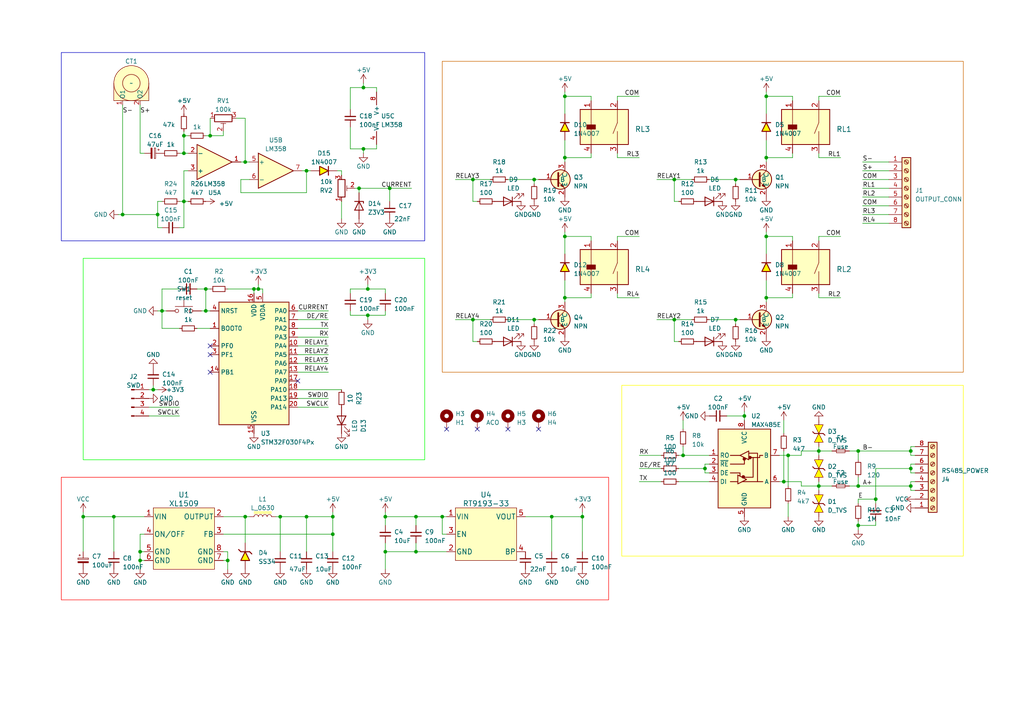
<source format=kicad_sch>
(kicad_sch (version 20230121) (generator eeschema)
  (paper "A4")
  (junction (at 120.65 149.86))
  (junction (at 60.96 39.37))
  (junction (at 195.58 52.07))
  (junction (at 163.83 86.36))
  (junction (at 111.76 160.02))
  (junction (at 96.52 149.86))
  (junction (at 222.25 86.36))
  (junction (at 45.72 62.23))
  (junction (at 53.34 39.37))
  (junction (at 66.04 162.56))
  (junction (at 168.91 149.86))
  (junction (at 73.66 83.82))
  (junction (at 105.41 25.4))
  (junction (at 44.45 113.03))
  (junction (at 59.69 90.17))
  (junction (at 213.36 92.71))
  (junction (at 228.6 132.08))
  (junction (at 120.65 160.02))
  (junction (at 128.27 149.86))
  (junction (at 88.9 149.86))
  (junction (at 113.03 54.61))
  (junction (at 53.34 58.42))
  (junction (at 254 144.78))
  (junction (at 33.02 149.86))
  (junction (at 46.99 90.17))
  (junction (at 264.16 130.81))
  (junction (at 74.93 83.82))
  (junction (at 264.16 135.89))
  (junction (at 71.12 46.99))
  (junction (at 35.56 62.23))
  (junction (at 40.64 162.56))
  (junction (at 53.34 44.45))
  (junction (at 81.28 149.86))
  (junction (at 163.83 45.72))
  (junction (at 104.14 54.61))
  (junction (at 248.92 152.4))
  (junction (at 111.76 149.86))
  (junction (at 237.49 140.97))
  (junction (at 160.02 149.86))
  (junction (at 204.47 135.89))
  (junction (at 248.92 130.81))
  (junction (at 237.49 130.81))
  (junction (at 264.16 140.97))
  (junction (at 222.25 68.58))
  (junction (at 195.58 92.71))
  (junction (at 154.94 92.71))
  (junction (at 198.12 132.08))
  (junction (at 137.16 92.71))
  (junction (at 24.13 149.86))
  (junction (at 227.33 139.7))
  (junction (at 163.83 68.58))
  (junction (at 40.64 160.02))
  (junction (at 163.83 27.94))
  (junction (at 106.68 91.44))
  (junction (at 96.52 154.94))
  (junction (at 248.92 140.97))
  (junction (at 105.41 43.18))
  (junction (at 222.25 45.72))
  (junction (at 137.16 52.07))
  (junction (at 71.12 149.86))
  (junction (at 154.94 52.07))
  (junction (at 215.9 120.65))
  (junction (at 213.36 52.07))
  (junction (at 106.68 83.82))
  (junction (at 222.25 27.94))
  (junction (at 88.9 49.53))
  (junction (at 59.69 83.82))
  (no_connect (at 138.43 124.46))
  (no_connect (at 60.96 102.87))
  (no_connect (at 60.96 100.33))
  (no_connect (at 156.21 124.46))
  (no_connect (at 129.54 124.46))
  (no_connect (at 60.96 107.95))
  (no_connect (at 86.36 110.49))
  (no_connect (at 147.32 124.46))
  (wire (pts (xy 58.42 90.17) (xy 59.69 90.17)))
  (wire (pts (xy 222.25 73.66) (xy 222.25 68.58)))
  (wire (pts (xy 71.12 149.86) (xy 72.39 149.86)))
  (wire (pts (xy 250.19 62.23) (xy 257.81 62.23)))
  (wire (pts (xy 74.93 83.82) (xy 73.66 83.82)))
  (wire (pts (xy 264.16 139.7) (xy 264.16 140.97)))
  (wire (pts (xy 229.87 86.36) (xy 229.87 85.09)))
  (wire (pts (xy 237.49 85.09) (xy 237.49 86.36)))
  (wire (pts (xy 237.49 68.58) (xy 243.84 68.58)))
  (wire (pts (xy 264.16 129.54) (xy 265.43 129.54)))
  (wire (pts (xy 163.83 86.36) (xy 171.45 86.36)))
  (wire (pts (xy 111.76 160.02) (xy 120.65 160.02)))
  (wire (pts (xy 264.16 135.89) (xy 264.16 134.62)))
  (wire (pts (xy 86.36 115.57) (xy 95.25 115.57)))
  (wire (pts (xy 198.12 132.08) (xy 205.74 132.08)))
  (wire (pts (xy 101.6 43.18) (xy 105.41 43.18)))
  (wire (pts (xy 163.83 45.72) (xy 171.45 45.72)))
  (wire (pts (xy 232.41 139.7) (xy 232.41 140.97)))
  (wire (pts (xy 185.42 132.08) (xy 191.77 132.08)))
  (wire (pts (xy 227.33 121.92) (xy 227.33 125.73)))
  (wire (pts (xy 179.07 27.94) (xy 185.42 27.94)))
  (wire (pts (xy 171.45 27.94) (xy 171.45 29.21)))
  (wire (pts (xy 215.9 120.65) (xy 215.9 121.92)))
  (wire (pts (xy 97.79 49.53) (xy 99.06 49.53)))
  (wire (pts (xy 205.74 137.16) (xy 204.47 137.16)))
  (wire (pts (xy 147.32 92.71) (xy 154.94 92.71)))
  (wire (pts (xy 195.58 52.07) (xy 200.66 52.07)))
  (wire (pts (xy 198.12 129.54) (xy 198.12 132.08)))
  (wire (pts (xy 195.58 58.42) (xy 195.58 52.07)))
  (wire (pts (xy 69.85 55.88) (xy 88.9 55.88)))
  (wire (pts (xy 24.13 149.86) (xy 24.13 160.02)))
  (wire (pts (xy 222.25 67.31) (xy 222.25 68.58)))
  (wire (pts (xy 222.25 86.36) (xy 229.87 86.36)))
  (wire (pts (xy 222.25 45.72) (xy 222.25 46.99)))
  (wire (pts (xy 41.91 154.94) (xy 40.64 154.94)))
  (wire (pts (xy 111.76 83.82) (xy 106.68 83.82)))
  (wire (pts (xy 64.77 160.02) (xy 66.04 160.02)))
  (wire (pts (xy 179.07 69.85) (xy 179.07 68.58)))
  (wire (pts (xy 128.27 154.94) (xy 128.27 149.86)))
  (wire (pts (xy 237.49 44.45) (xy 237.49 45.72)))
  (wire (pts (xy 40.64 44.45) (xy 41.91 44.45)))
  (wire (pts (xy 132.08 92.71) (xy 137.16 92.71)))
  (wire (pts (xy 196.85 135.89) (xy 204.47 135.89)))
  (wire (pts (xy 228.6 140.97) (xy 228.6 132.08)))
  (wire (pts (xy 86.36 118.11) (xy 95.25 118.11)))
  (wire (pts (xy 86.36 105.41) (xy 95.25 105.41)))
  (wire (pts (xy 179.07 86.36) (xy 185.42 86.36)))
  (wire (pts (xy 264.16 129.54) (xy 264.16 130.81)))
  (wire (pts (xy 163.83 26.67) (xy 163.83 27.94)))
  (wire (pts (xy 229.87 45.72) (xy 229.87 44.45)))
  (wire (pts (xy 237.49 129.54) (xy 237.49 130.81)))
  (wire (pts (xy 264.16 135.89) (xy 264.16 137.16)))
  (wire (pts (xy 64.77 154.94) (xy 96.52 154.94)))
  (wire (pts (xy 147.32 52.07) (xy 154.94 52.07)))
  (wire (pts (xy 204.47 134.62) (xy 205.74 134.62)))
  (wire (pts (xy 81.28 149.86) (xy 80.01 149.86)))
  (wire (pts (xy 59.69 83.82) (xy 59.69 90.17)))
  (wire (pts (xy 99.06 58.42) (xy 99.06 63.5)))
  (wire (pts (xy 40.64 154.94) (xy 40.64 160.02)))
  (wire (pts (xy 105.41 24.13) (xy 105.41 25.4)))
  (wire (pts (xy 105.41 43.18) (xy 109.22 43.18)))
  (wire (pts (xy 86.36 102.87) (xy 95.25 102.87)))
  (wire (pts (xy 72.39 46.99) (xy 71.12 46.99)))
  (wire (pts (xy 43.18 120.65) (xy 52.07 120.65)))
  (wire (pts (xy 137.16 99.06) (xy 137.16 92.71)))
  (wire (pts (xy 264.16 142.24) (xy 265.43 142.24)))
  (wire (pts (xy 265.43 132.08) (xy 264.16 132.08)))
  (wire (pts (xy 264.16 130.81) (xy 264.16 132.08)))
  (wire (pts (xy 69.85 52.07) (xy 69.85 55.88)))
  (wire (pts (xy 264.16 140.97) (xy 264.16 142.24)))
  (wire (pts (xy 111.76 85.09) (xy 111.76 83.82)))
  (wire (pts (xy 101.6 90.17) (xy 101.6 91.44)))
  (wire (pts (xy 81.28 149.86) (xy 81.28 160.02)))
  (wire (pts (xy 265.43 137.16) (xy 264.16 137.16)))
  (wire (pts (xy 120.65 149.86) (xy 120.65 152.4)))
  (wire (pts (xy 196.85 58.42) (xy 195.58 58.42)))
  (wire (pts (xy 204.47 137.16) (xy 204.47 135.89)))
  (wire (pts (xy 222.25 86.36) (xy 222.25 87.63)))
  (wire (pts (xy 53.34 58.42) (xy 54.61 58.42)))
  (wire (pts (xy 96.52 154.94) (xy 96.52 149.86)))
  (wire (pts (xy 106.68 83.82) (xy 101.6 83.82)))
  (wire (pts (xy 248.92 152.4) (xy 248.92 153.67)))
  (wire (pts (xy 86.36 107.95) (xy 95.25 107.95)))
  (wire (pts (xy 250.19 59.69) (xy 257.81 59.69)))
  (wire (pts (xy 45.72 90.17) (xy 46.99 90.17)))
  (wire (pts (xy 265.43 139.7) (xy 264.16 139.7)))
  (wire (pts (xy 104.14 55.88) (xy 104.14 54.61)))
  (wire (pts (xy 171.45 68.58) (xy 171.45 69.85)))
  (wire (pts (xy 248.92 151.13) (xy 248.92 152.4)))
  (wire (pts (xy 237.49 29.21) (xy 237.49 27.94)))
  (wire (pts (xy 248.92 140.97) (xy 246.38 140.97)))
  (wire (pts (xy 99.06 50.8) (xy 99.06 49.53)))
  (wire (pts (xy 46.99 66.04) (xy 45.72 66.04)))
  (wire (pts (xy 35.56 30.48) (xy 35.56 62.23)))
  (wire (pts (xy 86.36 97.79) (xy 95.25 97.79)))
  (wire (pts (xy 222.25 68.58) (xy 229.87 68.58)))
  (wire (pts (xy 40.64 160.02) (xy 40.64 162.56)))
  (wire (pts (xy 248.92 138.43) (xy 248.92 140.97)))
  (wire (pts (xy 154.94 93.98) (xy 154.94 92.71)))
  (wire (pts (xy 163.83 67.31) (xy 163.83 68.58)))
  (wire (pts (xy 237.49 27.94) (xy 243.84 27.94)))
  (wire (pts (xy 45.72 66.04) (xy 45.72 62.23)))
  (wire (pts (xy 152.4 149.86) (xy 160.02 149.86)))
  (wire (pts (xy 46.99 90.17) (xy 48.26 90.17)))
  (wire (pts (xy 254 152.4) (xy 254 151.13)))
  (wire (pts (xy 163.83 81.28) (xy 163.83 86.36)))
  (wire (pts (xy 190.5 52.07) (xy 195.58 52.07)))
  (wire (pts (xy 88.9 49.53) (xy 90.17 49.53)))
  (wire (pts (xy 213.36 52.07) (xy 214.63 52.07)))
  (wire (pts (xy 54.61 49.53) (xy 53.34 49.53)))
  (wire (pts (xy 99.06 113.03) (xy 86.36 113.03)))
  (wire (pts (xy 204.47 135.89) (xy 204.47 134.62)))
  (wire (pts (xy 137.16 92.71) (xy 142.24 92.71)))
  (wire (pts (xy 237.49 130.81) (xy 237.49 132.08)))
  (wire (pts (xy 66.04 162.56) (xy 64.77 162.56)))
  (wire (pts (xy 52.07 83.82) (xy 46.99 83.82)))
  (wire (pts (xy 196.85 139.7) (xy 205.74 139.7)))
  (wire (pts (xy 137.16 52.07) (xy 142.24 52.07)))
  (wire (pts (xy 60.96 39.37) (xy 64.77 39.37)))
  (wire (pts (xy 229.87 27.94) (xy 229.87 29.21)))
  (wire (pts (xy 120.65 149.86) (xy 128.27 149.86)))
  (wire (pts (xy 59.69 83.82) (xy 60.96 83.82)))
  (wire (pts (xy 106.68 82.55) (xy 106.68 83.82)))
  (wire (pts (xy 229.87 68.58) (xy 229.87 69.85)))
  (wire (pts (xy 154.94 92.71) (xy 156.21 92.71)))
  (wire (pts (xy 53.34 49.53) (xy 53.34 58.42)))
  (wire (pts (xy 44.45 113.03) (xy 43.18 113.03)))
  (wire (pts (xy 163.83 86.36) (xy 163.83 87.63)))
  (wire (pts (xy 74.93 82.55) (xy 74.93 83.82)))
  (wire (pts (xy 113.03 54.61) (xy 113.03 58.42)))
  (wire (pts (xy 66.04 162.56) (xy 66.04 165.1)))
  (wire (pts (xy 168.91 148.59) (xy 168.91 149.86)))
  (wire (pts (xy 195.58 99.06) (xy 195.58 92.71)))
  (wire (pts (xy 96.52 160.02) (xy 96.52 154.94)))
  (wire (pts (xy 64.77 149.86) (xy 71.12 149.86)))
  (wire (pts (xy 254 135.89) (xy 264.16 135.89)))
  (wire (pts (xy 138.43 58.42) (xy 137.16 58.42)))
  (wire (pts (xy 248.92 140.97) (xy 264.16 140.97)))
  (wire (pts (xy 109.22 43.18) (xy 109.22 41.91)))
  (wire (pts (xy 241.3 130.81) (xy 237.49 130.81)))
  (wire (pts (xy 101.6 36.83) (xy 101.6 43.18)))
  (wire (pts (xy 24.13 149.86) (xy 24.13 148.59)))
  (wire (pts (xy 254 135.89) (xy 254 144.78)))
  (wire (pts (xy 228.6 146.05) (xy 228.6 149.86)))
  (wire (pts (xy 248.92 144.78) (xy 248.92 146.05)))
  (wire (pts (xy 128.27 149.86) (xy 129.54 149.86)))
  (wire (pts (xy 76.2 83.82) (xy 74.93 83.82)))
  (wire (pts (xy 111.76 149.86) (xy 111.76 152.4)))
  (wire (pts (xy 54.61 39.37) (xy 53.34 39.37)))
  (wire (pts (xy 24.13 149.86) (xy 33.02 149.86)))
  (wire (pts (xy 205.74 92.71) (xy 213.36 92.71)))
  (wire (pts (xy 195.58 92.71) (xy 200.66 92.71)))
  (wire (pts (xy 86.36 100.33) (xy 95.25 100.33)))
  (wire (pts (xy 33.02 149.86) (xy 41.91 149.86)))
  (wire (pts (xy 45.72 62.23) (xy 45.72 58.42)))
  (wire (pts (xy 254 146.05) (xy 254 144.78)))
  (wire (pts (xy 73.66 83.82) (xy 73.66 85.09)))
  (wire (pts (xy 179.07 29.21) (xy 179.07 27.94)))
  (wire (pts (xy 46.99 95.25) (xy 46.99 90.17)))
  (wire (pts (xy 111.76 157.48) (xy 111.76 160.02)))
  (wire (pts (xy 264.16 134.62) (xy 265.43 134.62)))
  (wire (pts (xy 222.25 40.64) (xy 222.25 45.72)))
  (wire (pts (xy 111.76 91.44) (xy 111.76 90.17)))
  (wire (pts (xy 254 144.78) (xy 248.92 144.78)))
  (wire (pts (xy 213.36 93.98) (xy 213.36 92.71)))
  (wire (pts (xy 210.82 120.65) (xy 215.9 120.65)))
  (wire (pts (xy 120.65 157.48) (xy 120.65 160.02)))
  (wire (pts (xy 237.49 140.97) (xy 237.49 139.7)))
  (wire (pts (xy 53.34 44.45) (xy 54.61 44.45)))
  (wire (pts (xy 64.77 39.37) (xy 64.77 38.1)))
  (wire (pts (xy 59.69 90.17) (xy 60.96 90.17)))
  (wire (pts (xy 71.12 46.99) (xy 69.85 46.99)))
  (wire (pts (xy 71.12 157.48) (xy 71.12 149.86)))
  (wire (pts (xy 106.68 91.44) (xy 111.76 91.44)))
  (wire (pts (xy 34.29 62.23) (xy 35.56 62.23)))
  (wire (pts (xy 185.42 139.7) (xy 191.77 139.7)))
  (wire (pts (xy 88.9 55.88) (xy 88.9 49.53)))
  (wire (pts (xy 171.45 86.36) (xy 171.45 85.09)))
  (wire (pts (xy 163.83 68.58) (xy 171.45 68.58)))
  (wire (pts (xy 237.49 45.72) (xy 243.84 45.72)))
  (wire (pts (xy 241.3 140.97) (xy 237.49 140.97)))
  (wire (pts (xy 101.6 91.44) (xy 106.68 91.44)))
  (wire (pts (xy 215.9 119.38) (xy 215.9 120.65)))
  (wire (pts (xy 111.76 149.86) (xy 120.65 149.86)))
  (wire (pts (xy 179.07 44.45) (xy 179.07 45.72)))
  (wire (pts (xy 76.2 85.09) (xy 76.2 83.82)))
  (wire (pts (xy 44.45 111.76) (xy 44.45 113.03)))
  (wire (pts (xy 196.85 132.08) (xy 198.12 132.08)))
  (wire (pts (xy 222.25 45.72) (xy 229.87 45.72)))
  (wire (pts (xy 101.6 25.4) (xy 105.41 25.4)))
  (wire (pts (xy 41.91 160.02) (xy 40.64 160.02)))
  (wire (pts (xy 248.92 130.81) (xy 264.16 130.81)))
  (wire (pts (xy 248.92 130.81) (xy 246.38 130.81)))
  (wire (pts (xy 88.9 149.86) (xy 81.28 149.86)))
  (wire (pts (xy 86.36 90.17) (xy 95.25 90.17)))
  (wire (pts (xy 163.83 45.72) (xy 163.83 46.99)))
  (wire (pts (xy 179.07 85.09) (xy 179.07 86.36)))
  (wire (pts (xy 237.49 86.36) (xy 243.84 86.36)))
  (wire (pts (xy 86.36 95.25) (xy 95.25 95.25)))
  (wire (pts (xy 163.83 27.94) (xy 171.45 27.94)))
  (wire (pts (xy 35.56 62.23) (xy 45.72 62.23)))
  (wire (pts (xy 111.76 160.02) (xy 111.76 165.1)))
  (wire (pts (xy 248.92 152.4) (xy 254 152.4)))
  (wire (pts (xy 53.34 39.37) (xy 53.34 44.45)))
  (wire (pts (xy 59.69 39.37) (xy 60.96 39.37)))
  (wire (pts (xy 163.83 73.66) (xy 163.83 68.58)))
  (wire (pts (xy 86.36 92.71) (xy 95.25 92.71)))
  (wire (pts (xy 43.18 118.11) (xy 52.07 118.11)))
  (wire (pts (xy 52.07 58.42) (xy 53.34 58.42)))
  (wire (pts (xy 237.49 69.85) (xy 237.49 68.58)))
  (wire (pts (xy 196.85 99.06) (xy 195.58 99.06)))
  (wire (pts (xy 227.33 130.81) (xy 227.33 139.7)))
  (wire (pts (xy 88.9 149.86) (xy 88.9 160.02)))
  (wire (pts (xy 96.52 148.59) (xy 96.52 149.86)))
  (wire (pts (xy 113.03 54.61) (xy 119.38 54.61)))
  (wire (pts (xy 129.54 154.94) (xy 128.27 154.94)))
  (wire (pts (xy 222.25 33.02) (xy 222.25 27.94)))
  (wire (pts (xy 57.15 95.25) (xy 60.96 95.25)))
  (wire (pts (xy 40.64 162.56) (xy 40.64 165.1)))
  (wire (pts (xy 163.83 33.02) (xy 163.83 27.94)))
  (wire (pts (xy 179.07 68.58) (xy 185.42 68.58)))
  (wire (pts (xy 66.04 160.02) (xy 66.04 162.56)))
  (wire (pts (xy 71.12 34.29) (xy 71.12 46.99)))
  (wire (pts (xy 101.6 83.82) (xy 101.6 85.09)))
  (wire (pts (xy 154.94 53.34) (xy 154.94 52.07)))
  (wire (pts (xy 228.6 132.08) (xy 232.41 132.08)))
  (wire (pts (xy 60.96 34.29) (xy 60.96 39.37)))
  (wire (pts (xy 160.02 149.86) (xy 160.02 160.02)))
  (wire (pts (xy 46.99 83.82) (xy 46.99 90.17)))
  (wire (pts (xy 53.34 66.04) (xy 53.34 58.42)))
  (wire (pts (xy 120.65 160.02) (xy 129.54 160.02)))
  (wire (pts (xy 132.08 52.07) (xy 137.16 52.07)))
  (wire (pts (xy 154.94 52.07) (xy 156.21 52.07)))
  (wire (pts (xy 168.91 149.86) (xy 160.02 149.86)))
  (wire (pts (xy 104.14 54.61) (xy 113.03 54.61)))
  (wire (pts (xy 53.34 38.1) (xy 53.34 39.37)))
  (wire (pts (xy 168.91 160.02) (xy 168.91 149.86)))
  (wire (pts (xy 190.5 92.71) (xy 195.58 92.71)))
  (wire (pts (xy 228.6 132.08) (xy 226.06 132.08)))
  (wire (pts (xy 250.19 49.53) (xy 257.81 49.53)))
  (wire (pts (xy 109.22 25.4) (xy 109.22 26.67)))
  (wire (pts (xy 232.41 140.97) (xy 237.49 140.97)))
  (wire (pts (xy 96.52 149.86) (xy 88.9 149.86)))
  (wire (pts (xy 40.64 44.45) (xy 40.64 30.48)))
  (wire (pts (xy 163.83 40.64) (xy 163.83 45.72)))
  (wire (pts (xy 45.72 113.03) (xy 44.45 113.03)))
  (wire (pts (xy 250.19 54.61) (xy 257.81 54.61)))
  (wire (pts (xy 179.07 45.72) (xy 185.42 45.72)))
  (wire (pts (xy 137.16 58.42) (xy 137.16 52.07)))
  (wire (pts (xy 227.33 139.7) (xy 232.41 139.7)))
  (wire (pts (xy 213.36 53.34) (xy 213.36 52.07)))
  (wire (pts (xy 213.36 92.71) (xy 214.63 92.71)))
  (wire (pts (xy 52.07 44.45) (xy 53.34 44.45)))
  (wire (pts (xy 45.72 58.42) (xy 46.99 58.42)))
  (wire (pts (xy 185.42 135.89) (xy 191.77 135.89)))
  (wire (pts (xy 250.19 57.15) (xy 257.81 57.15)))
  (wire (pts (xy 66.04 83.82) (xy 73.66 83.82)))
  (wire (pts (xy 106.68 91.44) (xy 106.68 92.71)))
  (wire (pts (xy 101.6 31.75) (xy 101.6 25.4)))
  (wire (pts (xy 105.41 25.4) (xy 109.22 25.4)))
  (wire (pts (xy 237.49 140.97) (xy 237.49 142.24)))
  (wire (pts (xy 232.41 132.08) (xy 232.41 130.81)))
  (wire (pts (xy 57.15 83.82) (xy 59.69 83.82)))
  (wire (pts (xy 88.9 49.53) (xy 87.63 49.53)))
  (wire (pts (xy 198.12 121.92) (xy 198.12 124.46)))
  (wire (pts (xy 52.07 95.25) (xy 46.99 95.25)))
  (wire (pts (xy 68.58 34.29) (xy 71.12 34.29)))
  (wire (pts (xy 232.41 130.81) (xy 237.49 130.81)))
  (wire (pts (xy 222.25 27.94) (xy 229.87 27.94)))
  (wire (pts (xy 40.64 162.56) (xy 41.91 162.56)))
  (wire (pts (xy 250.19 46.99) (xy 257.81 46.99)))
  (wire (pts (xy 72.39 52.07) (xy 69.85 52.07)))
  (wire (pts (xy 222.25 81.28) (xy 222.25 86.36)))
  (wire (pts (xy 171.45 45.72) (xy 171.45 44.45)))
  (wire (pts (xy 250.19 64.77) (xy 257.81 64.77)))
  (wire (pts (xy 222.25 26.67) (xy 222.25 27.94)))
  (wire (pts (xy 227.33 139.7) (xy 226.06 139.7)))
  (wire (pts (xy 104.14 54.61) (xy 102.87 54.61)))
  (wire (pts (xy 105.41 44.45) (xy 105.41 43.18)))
  (wire (pts (xy 248.92 133.35) (xy 248.92 130.81)))
  (wire (pts (xy 138.43 99.06) (xy 137.16 99.06)))
  (wire (pts (xy 52.07 66.04) (xy 53.34 66.04)))
  (wire (pts (xy 33.02 160.02) (xy 33.02 149.86)))
  (wire (pts (xy 111.76 148.59) (xy 111.76 149.86)))
  (wire (pts (xy 250.19 52.07) (xy 257.81 52.07)))
  (wire (pts (xy 205.74 52.07) (xy 213.36 52.07)))
  (rectangle (start 17.78 15.24) (end 123.19 69.85))
  (rectangle (start 128.27 17.78) (end 279.4 107.95) (stroke (width 0) (color 204 102 0 1)))
  (rectangle (start 180.34 111.76) (end 279.4 161.29) (stroke (width 0) (color 255 255 0 1)))
  (rectangle (start 17.78 138.43) (end 176.53 173.99) (stroke (width 0) (color 255 0 0 1)))
  (rectangle (start 24.13 74.93) (end 123.19 133.35) (stroke (width 0) (color 0 255 0 1)))
  (label "COM" (at 250.19 59.69 0))
  (label "RELAY1" (at 95.25 100.33 180))
  (label "B-" (at 250.19 130.81 0))
  (label "RL4" (at 185.42 86.36 180))
  (label "COM" (at 243.84 27.94 180))
  (label "RX" (at 95.25 97.79 180))
  (label "RELAY4" (at 132.08 92.71 0))
  (label "COM" (at 250.19 52.07 0))
  (label "RL3" (at 185.42 45.72 180))
  (label "RL3" (at 250.19 62.23 0))
  (label "RELAY2" (at 190.5 92.71 0))
  (label "S+" (at 250.19 49.53 0))
  (label "RELAY3" (at 132.08 52.07 0))
  (label "COM" (at 185.42 27.94 180))
  (label "RELAY4" (at 95.25 107.95 180))
  (label "RX" (at 185.42 132.08 0))
  (label "TX" (at 185.42 139.7 0))
  (label "SWCLK" (at 52.07 120.65 180))
  (label "RL4" (at 250.19 64.77 0))
  (label "A+" (at 250.19 140.97 0))
  (label "SWDIO" (at 52.07 118.11 180))
  (label "S-" (at 35.56 33.02 0))
  (label "RELAY2" (at 95.25 102.87 180))
  (label "CURRENT" (at 119.38 54.61 180))
  (label "TX" (at 95.25 95.25 180))
  (label "RL2" (at 250.19 57.15 0))
  (label "SWCLK" (at 95.25 118.11 180))
  (label "S+" (at 40.64 33.02 0))
  (label "RELAY1" (at 190.5 52.07 0))
  (label "S-" (at 250.19 46.99 0))
  (label "RELAY3" (at 95.25 105.41 180))
  (label "RL1" (at 250.19 54.61 0))
  (label "RL2" (at 243.84 86.36 180))
  (label "CURRENT" (at 95.25 90.17 180))
  (label "SWDIO" (at 95.25 115.57 180))
  (label "E" (at 248.92 144.78 0))
  (label "COM" (at 185.42 68.58 180))
  (label "RL1" (at 243.84 45.72 180))
  (label "DE{slash}RE" (at 185.42 135.89 0))
  (label "COM" (at 243.84 68.58 180))
  (label "DE{slash}RE" (at 95.25 92.71 180))
  (symbol (lib_id "power:+5V") (at 222.25 26.67 0) (unit 1)
    (property "Reference" "#PWR031" (effects hide))
    (property "Value" "+5V" (at 222.25 22.86 0))
  )
  (symbol (lib_id "Anh_Symbols:D_TVS") (at 237.49 135.89 90) (unit 1)
    (property "Reference" "D2" (at 240.03 135.3185 90) (effects (justify right)))
    (property "Value" "D_TVS" (at 240.03 137.8585 90) (effects (justify right)))
    (property "Footprint" "Anh_Footprints:D_SMA_TVS" (effects hide))
  )
  (symbol (lib_id "Anh_Symbols:D_TVS") (at 237.49 125.73 90) (unit 1)
    (property "Reference" "D3" (at 240.03 125.1585 90) (effects (justify right)))
    (property "Value" "D_TVS" (at 240.03 127.6985 90) (effects (justify right)))
    (property "Footprint" "Anh_Footprints:D_SMA_TVS" (effects hide))
  )
  (symbol (lib_id "Device:R_Small") (at 140.97 58.42 270) (unit 1)
    (property "Reference" "R17" (at 140.97 53.34 90))
    (property "Value" "100" (at 140.97 55.88 90))
    (property "Footprint" "Anh_Footprints:R_0603" (effects hide))
  )
  (symbol (lib_id "power:GND") (at 213.36 58.42 0) (unit 1)
    (property "Reference" "#PWR030" (effects hide))
    (property "Value" "GND" (at 213.36 62.23 0))
  )
  (symbol (lib_id "IVS_Symbols:C_Polarized_Small") (at 24.13 162.56 0) (unit 1)
    (property "Reference" "C7" (at 26.67 161.3789 0) (effects (justify left)))
    (property "Value" "100uF" (at 26.67 163.9189 0) (effects (justify left)))
    (property "Footprint" "Capacitor_SMD:CP_Elec_6.3x5.4_Nichicon" (effects hide))
  )
  (symbol (lib_id "Device:R_Small") (at 203.2 52.07 270) (unit 1)
    (property "Reference" "R13" (at 203.2 46.99 90))
    (property "Value" "1k" (at 203.2 49.53 90))
    (property "Footprint" "Anh_Footprints:R_0603" (effects hide))
  )
  (symbol (lib_id "power:+5V") (at 96.52 148.59 0) (unit 1)
    (property "Reference" "#PWR028" (effects hide))
    (property "Value" "+5V" (at 96.52 144.78 0))
  )
  (symbol (lib_id "Amplifier_Operational:LM358") (at 111.76 34.29 0) (unit 3)
    (property "Reference" "U5" (at 110.49 33.655 0) (effects (justify left)))
    (property "Value" "LM358" (at 110.49 36.195 0) (effects (justify left)))
    (property "Footprint" "Anh_Footprints:SOIC-8" (effects hide))
    (property "Datasheet" "http://www.ti.com/lit/ds/symlink/lm2904-n.pdf" (effects hide))
  )
  (symbol (lib_id "power:+5V") (at 59.69 58.42 270) (unit 1)
    (property "Reference" "#PWR052" (effects hide))
    (property "Value" "+5V" (at 63.5 59.055 90) (effects (justify left)))
  )
  (symbol (lib_id "Anh_Symbols:NPN") (at 163.83 52.07 0) (unit 1)
    (property "Reference" "Q3" (at 166.37 51.435 0) (effects (justify left)))
    (property "Value" "NPN" (at 166.37 53.975 0) (effects (justify left)))
    (property "Footprint" "Anh_Footprints:SOT23-3" (effects hide))
  )
  (symbol (lib_id "power:GND") (at 88.9 165.1 0) (unit 1)
    (property "Reference" "#PWR026" (effects hide))
    (property "Value" "GND" (at 88.9 168.91 0))
  )
  (symbol (lib_id "power:+5V") (at 215.9 119.38 0) (unit 1)
    (property "Reference" "#PWR05" (effects hide))
    (property "Value" "+5V" (at 215.9 115.57 0))
  )
  (symbol (lib_id "Device:C_Small") (at 33.02 162.56 180) (unit 1)
    (property "Reference" "C8" (at 35.56 161.9186 0) (effects (justify right)))
    (property "Value" "100nF" (at 35.56 164.4586 0) (effects (justify right)))
    (property "Footprint" "Anh_Footprints:C_0603" (effects hide))
  )
  (symbol (lib_id "IVS_Symbols:Relay_G5NB-1A-E_DC5") (at 175.26 77.47 90) (unit 1)
    (property "Reference" "RL4" (at 184.15 78.105 90) (effects (font (size 1.524 1.524)) (justify right)))
    (property "Value" "Relay_G5NB-1A-E_DC5" (effects hide))
    (property "Footprint" "IVS_Footprint:Relay_G5NB-1A-E DC5" (effects hide))
    (property "Datasheet" "https://omronfs.omron.com/en_US/ecb/products/pdf/en-g5nb_el.pdf" (effects hide))
    (property "Thegioiic_Buylink" "https://www.thegioiic.com/g5nb-1a-e-5vdc-ro-le-5vdc-5a-spst-no" (effects hide))
  )
  (symbol (lib_id "Anh_Symbols:1N4007") (at 222.25 36.83 270) (unit 1)
    (property "Reference" "D5" (at 224.79 36.195 90) (effects (justify left)))
    (property "Value" "1N4007" (at 224.79 38.735 90) (effects (justify left)))
    (property "Footprint" "Anh_Footprints:SOD-123F" (effects hide))
  )
  (symbol (lib_id "Anh_Symbols:SS34") (at 71.12 161.29 270) (unit 1)
    (property "Reference" "D4" (at 74.93 160.3375 90) (effects (justify left)))
    (property "Value" "SS34" (at 74.93 162.8775 90) (effects (justify left)))
    (property "Footprint" "Anh_Footprints:D_SMA" (effects hide))
  )
  (symbol (lib_id "Device:R_Small") (at 140.97 99.06 270) (unit 1)
    (property "Reference" "R20" (at 140.97 93.98 90))
    (property "Value" "100" (at 140.97 96.52 90))
    (property "Footprint" "Anh_Footprints:R_0603" (effects hide))
  )
  (symbol (lib_id "power:GND") (at 66.04 165.1 0) (unit 1)
    (property "Reference" "#PWR019" (effects hide))
    (property "Value" "GND" (at 66.04 168.91 0))
  )
  (symbol (lib_id "power:+5V") (at 111.76 148.59 0) (unit 1)
    (property "Reference" "#PWR014" (effects hide))
    (property "Value" "+5V" (at 111.76 144.78 0))
  )
  (symbol (lib_id "Device:R_Small") (at 54.61 95.25 90) (unit 1)
    (property "Reference" "R1" (at 54.61 90.17 90))
    (property "Value" "1k" (at 54.61 92.71 90))
    (property "Footprint" "Anh_Footprints:R_0603" (effects hide))
  )
  (symbol (lib_id "Device:R_Small") (at 213.36 96.52 180) (unit 1)
    (property "Reference" "R16" (at 215.9 95.885 0) (effects (justify right)))
    (property "Value" "10k" (at 215.9 98.425 0) (effects (justify right)))
    (property "Footprint" "Anh_Footprints:R_0603" (effects hide))
  )
  (symbol (lib_id "power:GND") (at 151.13 58.42 0) (unit 1)
    (property "Reference" "#PWR037" (effects hide))
    (property "Value" "GND" (at 151.13 62.23 0))
  )
  (symbol (lib_id "Anh_Symbols:NPN") (at 163.83 92.71 0) (unit 1)
    (property "Reference" "Q4" (at 166.37 92.075 0) (effects (justify left)))
    (property "Value" "NPN" (at 166.37 94.615 0) (effects (justify left)))
    (property "Footprint" "Anh_Footprints:SOT23-3" (effects hide))
  )
  (symbol (lib_id "Device:R_Small") (at 49.53 58.42 90) (unit 1)
    (property "Reference" "R24" (at 49.53 53.34 90))
    (property "Value" "4k7" (at 49.53 55.88 90))
    (property "Footprint" "Anh_Footprints:R_0603" (effects hide))
  )
  (symbol (lib_id "power:GND") (at 213.36 99.06 0) (unit 1)
    (property "Reference" "#PWR034" (effects hide))
    (property "Value" "GND" (at 213.36 102.87 0))
  )
  (symbol (lib_id "Device:C_Small") (at 96.52 162.56 180) (unit 1)
    (property "Reference" "C12" (at 99.06 161.9186 0) (effects (justify right)))
    (property "Value" "100nF" (at 99.06 164.4586 0) (effects (justify right)))
    (property "Footprint" "Anh_Footprints:C_0603" (effects hide))
  )
  (symbol (lib_id "power:GND") (at 34.29 62.23 270) (unit 1)
    (property "Reference" "#PWR051" (effects hide))
    (property "Value" "GND" (at 29.21 62.23 90))
  )
  (symbol (lib_id "power:GND") (at 99.06 63.5 0) (unit 1)
    (property "Reference" "#PWR053" (effects hide))
    (property "Value" "GND" (at 99.06 67.31 0))
  )
  (symbol (lib_id "Anh_Symbols:RT9193-33") (at 140.97 154.94 0) (unit 1)
    (property "Reference" "U4" (at 140.97 143.51 0) (effects (font (size 1.524 1.524))))
    (property "Value" "RT9193-33" (at 140.97 146.05 0) (effects (font (size 1.524 1.524))))
    (property "Footprint" "Anh_Footprints:SOT23-5" (effects hide))
    (property "Datasheet" "https://www.richtek.com/assets/product_file/RT9193/DS9193-18.pdf" (effects hide))
  )
  (symbol (lib_id "Device:R_Small") (at 144.78 92.71 270) (unit 1)
    (property "Reference" "R21" (at 144.78 87.63 90))
    (property "Value" "1k" (at 144.78 90.17 90))
    (property "Footprint" "Anh_Footprints:R_0603" (effects hide))
  )
  (symbol (lib_id "power:GND") (at 168.91 165.1 0) (unit 1)
    (property "Reference" "#PWR023" (effects hide))
    (property "Value" "GND" (at 168.91 168.91 0))
  )
  (symbol (lib_id "Anh_Symbols:1N4007") (at 93.98 49.53 180) (unit 1)
    (property "Reference" "D15" (at 93.98 44.45 0))
    (property "Value" "1N4007" (at 93.98 46.99 0))
    (property "Footprint" "Anh_Footprints:SOD-123F" (effects hide))
  )
  (symbol (lib_id "Device:R_Small") (at 57.15 58.42 90) (unit 1)
    (property "Reference" "R26" (at 57.15 53.34 90))
    (property "Value" "4k7" (at 57.15 55.88 90))
    (property "Footprint" "Anh_Footprints:R_0603" (effects hide))
  )
  (symbol (lib_id "power:+3V3") (at 74.93 82.55 0) (mirror y) (unit 1)
    (property "Reference" "#PWR02" (effects hide))
    (property "Value" "+3V3" (at 74.93 78.74 0))
  )
  (symbol (lib_id "Device:R_Small") (at 154.94 96.52 180) (unit 1)
    (property "Reference" "R22" (at 157.48 95.885 0) (effects (justify right)))
    (property "Value" "10k" (at 157.48 98.425 0) (effects (justify right)))
    (property "Footprint" "Anh_Footprints:R_0603" (effects hide))
  )
  (symbol (lib_id "power:GND") (at 215.9 149.86 0) (unit 1)
    (property "Reference" "#PWR06" (effects hide))
    (property "Value" "GND" (at 215.9 153.67 0))
  )
  (symbol (lib_id "power:GND") (at 228.6 149.86 0) (unit 1)
    (property "Reference" "#PWR08" (effects hide))
    (property "Value" "GND" (at 228.6 153.67 0))
  )
  (symbol (lib_id "power:+5V") (at 227.33 121.92 0) (unit 1)
    (property "Reference" "#PWR07" (effects hide))
    (property "Value" "+5V" (at 227.33 118.11 0))
  )
  (symbol (lib_id "power:VCC") (at 24.13 148.59 0) (mirror y) (unit 1)
    (property "Reference" "#PWR020" (effects hide))
    (property "Value" "VCC" (at 24.13 144.78 0))
  )
  (symbol (lib_id "Device:Fuse_Small") (at 243.84 130.81 0) (unit 1)
    (property "Reference" "F1" (at 243.84 127 0))
    (property "Value" "Fuse" (at 243.84 129.54 0))
    (property "Footprint" "Anh_Footprints:F_1812" (effects hide))
  )
  (symbol (lib_id "IVS_Symbols:Relay_G5NB-1A-E_DC5") (at 233.68 36.83 90) (unit 1)
    (property "Reference" "RL1" (at 242.57 37.465 90) (effects (font (size 1.524 1.524)) (justify right)))
    (property "Value" "Relay_G5NB-1A-E_DC5" (effects hide))
    (property "Footprint" "IVS_Footprint:Relay_G5NB-1A-E DC5" (effects hide))
    (property "Datasheet" "https://omronfs.omron.com/en_US/ecb/products/pdf/en-g5nb_el.pdf" (effects hide))
    (property "Thegioiic_Buylink" "https://www.thegioiic.com/g5nb-1a-e-5vdc-ro-le-5vdc-5a-spst-no" (effects hide))
  )
  (symbol (lib_id "Device:C_Small") (at 111.76 154.94 180) (unit 1)
    (property "Reference" "C4" (at 114.3 154.2986 0) (effects (justify right)))
    (property "Value" "10uF" (at 114.3 156.8386 0) (effects (justify right)))
    (property "Footprint" "Anh_Footprints:C_1210" (effects hide))
  )
  (symbol (lib_id "Device:R_Small") (at 49.53 44.45 90) (unit 1)
    (property "Reference" "R25" (effects hide))
    (property "Value" "1k" (at 49.53 41.91 90))
    (property "Footprint" "Anh_Footprints:R_0603" (effects hide))
  )
  (symbol (lib_id "Interface_UART:MAX485E") (at 215.9 134.62 0) (unit 1)
    (property "Reference" "U2" (at 217.8559 120.65 0) (effects (justify left)))
    (property "Value" "MAX485E" (at 217.8559 123.19 0) (effects (justify left)))
    (property "Footprint" "Anh_Footprints:SOIC-8" (effects hide))
    (property "Datasheet" "https://datasheets.maximintegrated.com/en/ds/MAX1487E-MAX491E.pdf" (effects hide))
  )
  (symbol (lib_id "Anh_Symbols:D_TVS") (at 237.49 146.05 90) (unit 1)
    (property "Reference" "D1" (at 240.03 145.4785 90) (effects (justify right)))
    (property "Value" "D_TVS" (at 240.03 148.0185 90) (effects (justify right)))
    (property "Footprint" "Anh_Footprints:D_SMA_TVS" (effects hide))
  )
  (symbol (lib_id "Device:C_Small") (at 168.91 162.56 180) (unit 1)
    (property "Reference" "C10" (at 171.45 161.9186 0) (effects (justify right)))
    (property "Value" "100nF" (at 171.45 164.4586 0) (effects (justify right)))
    (property "Footprint" "Anh_Footprints:C_0603" (effects hide))
  )
  (symbol (lib_id "Device:C_Small") (at 54.61 83.82 90) (unit 1)
    (property "Reference" "C1" (at 54.6163 78.74 90))
    (property "Value" "100nF" (at 54.6163 81.28 90))
    (property "Footprint" "Anh_Footprints:C_0603" (effects hide))
  )
  (symbol (lib_id "Device:LED") (at 205.74 58.42 180) (unit 1)
    (property "Reference" "D6" (at 207.3275 52.07 0))
    (property "Value" "LED" (at 207.3275 54.61 0))
    (property "Footprint" "Anh_Footprints:LED_0603" (effects hide))
  )
  (symbol (lib_id "power:GND") (at 163.83 97.79 0) (unit 1)
    (property "Reference" "#PWR044" (effects hide))
    (property "Value" "GND" (at 163.83 101.6 0))
  )
  (symbol (lib_id "Device:R_Small") (at 194.31 135.89 90) (unit 1)
    (property "Reference" "R6" (at 194.31 130.81 90))
    (property "Value" "100" (at 194.31 133.35 90))
    (property "Footprint" "Anh_Footprints:R_0603" (effects hide))
  )
  (symbol (lib_id "Device:R_Small") (at 194.31 132.08 90) (unit 1)
    (property "Reference" "R5" (at 194.31 127 90))
    (property "Value" "100" (at 194.31 129.54 90))
    (property "Footprint" "Anh_Footprints:R_0603" (effects hide))
  )
  (symbol (lib_id "power:GND") (at 209.55 58.42 0) (unit 1)
    (property "Reference" "#PWR032" (effects hide))
    (property "Value" "GND" (at 209.55 62.23 0))
  )
  (symbol (lib_id "power:GND") (at 81.28 165.1 0) (unit 1)
    (property "Reference" "#PWR025" (effects hide))
    (property "Value" "GND" (at 81.28 168.91 0))
  )
  (symbol (lib_id "Device:C_Small") (at 152.4 162.56 180) (unit 1)
    (property "Reference" "C5" (at 154.94 161.29 0) (effects (justify right)))
    (property "Value" "22nF" (at 153.67 165.1 0) (effects (justify right)))
    (property "Footprint" "Anh_Footprints:C_0603" (effects hide))
  )
  (symbol (lib_id "power:GND") (at 237.49 121.92 180) (unit 1)
    (property "Reference" "#PWR011" (effects hide))
    (property "Value" "GND" (at 237.49 118.11 0))
  )
  (symbol (lib_id "power:GND") (at 45.72 90.17 270) (unit 1)
    (property "Reference" "#PWR03" (effects hide))
    (property "Value" "GND" (at 40.64 90.17 90))
  )
  (symbol (lib_id "power:GND") (at 96.52 165.1 0) (unit 1)
    (property "Reference" "#PWR027" (effects hide))
    (property "Value" "GND" (at 96.52 168.91 0))
  )
  (symbol (lib_id "power:GND") (at 265.43 147.32 270) (unit 1)
    (property "Reference" "#PWR050" (effects hide))
    (property "Value" "GND" (at 260.35 147.32 90))
  )
  (symbol (lib_id "power:GND") (at 160.02 165.1 0) (unit 1)
    (property "Reference" "#PWR018" (effects hide))
    (property "Value" "GND" (at 160.02 168.91 0))
  )
  (symbol (lib_id "Device:LED") (at 99.06 121.92 90) (unit 1)
    (property "Reference" "D13" (at 105.41 123.5075 0))
    (property "Value" "LED" (at 102.87 123.5075 0))
    (property "Footprint" "Anh_Footprints:LED_0603" (effects hide))
  )
  (symbol (lib_id "power:GND") (at 106.68 92.71 0) (unit 1)
    (property "Reference" "#PWR064" (effects hide))
    (property "Value" "GND" (at 106.68 96.52 0))
  )
  (symbol (lib_id "Device:C_Small") (at 160.02 162.56 180) (unit 1)
    (property "Reference" "C6" (at 162.56 161.29 0) (effects (justify right)))
    (property "Value" "10uF" (at 162.56 165.1 0) (effects (justify right)))
    (property "Footprint" "Anh_Footprints:C_1210" (effects hide))
  )
  (symbol (lib_id "Anh_Symbols:1N4007") (at 163.83 36.83 270) (unit 1)
    (property "Reference" "D10" (at 166.37 36.195 90) (effects (justify left)))
    (property "Value" "1N4007" (at 166.37 38.735 90) (effects (justify left)))
    (property "Footprint" "Anh_Footprints:SOD-123F" (effects hide))
  )
  (symbol (lib_id "power:GND") (at 151.13 99.06 0) (unit 1)
    (property "Reference" "#PWR041" (effects hide))
    (property "Value" "GND" (at 151.13 102.87 0))
  )
  (symbol (lib_id "Anh_Symbols:1N4007") (at 163.83 77.47 270) (unit 1)
    (property "Reference" "D12" (at 166.37 76.835 90) (effects (justify left)))
    (property "Value" "1N4007" (at 166.37 79.375 90) (effects (justify left)))
    (property "Footprint" "Anh_Footprints:SOD-123F" (effects hide))
  )
  (symbol (lib_id "power:GND") (at 71.12 165.1 0) (unit 1)
    (property "Reference" "#PWR024" (effects hide))
    (property "Value" "GND" (at 71.12 168.91 0))
  )
  (symbol (lib_id "Switch:SW_Push") (at 53.34 90.17 0) (unit 1)
    (property "Reference" "SW1" (at 53.34 83.82 0))
    (property "Value" "reset" (at 53.34 86.36 0))
    (property "Footprint" "Button_Switch_SMD:SW_SPST_CK_RS282G05A3" (effects hide))
  )
  (symbol (lib_id "Device:Fuse_Small") (at 243.84 140.97 0) (unit 1)
    (property "Reference" "F2" (at 243.84 137.16 0))
    (property "Value" "Fuse" (at 243.84 139.7 0))
    (property "Footprint" "Anh_Footprints:F_1812" (effects hide))
  )
  (symbol (lib_id "power:VCC") (at 265.43 144.78 90) (mirror x) (unit 1)
    (property "Reference" "#PWR049" (effects hide))
    (property "Value" "VCC" (at 261.62 144.78 90))
  )
  (symbol (lib_id "Device:R_Small") (at 194.31 139.7 90) (unit 1)
    (property "Reference" "R7" (at 194.31 134.62 90))
    (property "Value" "100" (at 194.31 137.16 90))
    (property "Footprint" "Anh_Footprints:R_0603" (effects hide))
  )
  (symbol (lib_id "power:GND") (at 111.76 165.1 0) (unit 1)
    (property "Reference" "#PWR013" (effects hide))
    (property "Value" "GND" (at 111.76 168.91 0))
  )
  (symbol (lib_id "Mechanical:MountingHole_Pad") (at 147.32 121.92 0) (unit 1)
    (property "Reference" "H5" (at 149.86 120.015 0) (effects (justify left)))
    (property "Value" "H3" (at 149.86 122.555 0) (effects (justify left)))
    (property "Footprint" "MountingHole:MountingHole_3.2mm_M3_Pad_Via" (effects hide))
  )
  (symbol (lib_id "Mechanical:MountingHole_Pad") (at 129.54 121.92 0) (unit 1)
    (property "Reference" "H3" (at 132.08 120.015 0) (effects (justify left)))
    (property "Value" "H1" (at 132.08 122.555 0) (effects (justify left)))
    (property "Footprint" "MountingHole:MountingHole_3.2mm_M3_Pad_Via" (effects hide))
  )
  (symbol (lib_id "power:+3V3") (at 45.72 113.03 270) (mirror x) (unit 1)
    (property "Reference" "#PWR046" (effects hide))
    (property "Value" "+3V3" (at 50.8 113.03 90))
  )
  (symbol (lib_id "Device:R_Small") (at 199.39 58.42 270) (unit 1)
    (property "Reference" "R12" (at 199.39 53.34 90))
    (property "Value" "100" (at 199.39 55.88 90))
    (property "Footprint" "Anh_Footprints:R_0603" (effects hide))
  )
  (symbol (lib_id "Device:C_Small") (at 111.76 87.63 180) (unit 1)
    (property "Reference" "C20" (at 114.3 86.9886 0) (effects (justify right)))
    (property "Value" "100nF" (at 114.3 89.5286 0) (effects (justify right)))
    (property "Footprint" "Anh_Footprints:C_0603" (effects hide))
  )
  (symbol (lib_id "Device:R_Small") (at 248.92 135.89 180) (unit 1)
    (property "Reference" "R9" (at 251.46 135.255 0) (effects (justify right)))
    (property "Value" "120" (at 251.46 137.795 0) (effects (justify right)))
    (property "Footprint" "Anh_Footprints:R_0805" (effects hide))
  )
  (symbol (lib_id "Device:R_Small") (at 154.94 55.88 180) (unit 1)
    (property "Reference" "R19" (at 157.48 55.245 0) (effects (justify right)))
    (property "Value" "10k" (at 157.48 57.785 0) (effects (justify right)))
    (property "Footprint" "Anh_Footprints:R_0603" (effects hide))
  )
  (symbol (lib_id "Connector:Screw_Terminal_01x08") (at 262.89 54.61 0) (unit 1)
    (property "Reference" "J1" (at 265.43 55.245 0) (effects (justify left)))
    (property "Value" "OUTPUT_CONN" (at 265.43 57.785 0) (effects (justify left)))
    (property "Footprint" "TerminalBlock_Phoenix:TerminalBlock_Phoenix_MKDS-1,5-8-5.08_1x08_P5.08mm_Horizontal" (effects hide))
  )
  (symbol (lib_id "power:+5V") (at 53.34 33.02 0) (unit 1)
    (property "Reference" "#PWR058" (effects hide))
    (property "Value" "+5V" (at 53.34 29.21 0))
  )
  (symbol (lib_id "Connector:Conn_01x04_Pin") (at 38.1 115.57 0) (unit 1)
    (property "Reference" "J2" (at 38.735 109.22 0))
    (property "Value" "SWD" (at 38.735 111.76 0))
    (property "Footprint" "Connector_PinHeader_2.54mm:PinHeader_1x04_P2.54mm_Vertical" (effects hide))
  )
  (symbol (lib_id "Diode:BZV55B3V3") (at 104.14 59.69 270) (unit 1)
    (property "Reference" "D14" (at 106.68 59.055 90) (effects (justify left)))
    (property "Value" "Z3V3" (at 106.68 61.595 90) (effects (justify left)))
    (property "Footprint" "Anh_Footprints:D_MiniMELF" (effects hide))
    (property "Datasheet" "https://assets.nexperia.com/documents/data-sheet/BZV55_SER.pdf" (effects hide))
  )
  (symbol (lib_id "MCU_ST_STM32F0:STM32F030F4Px") (at 73.66 105.41 0) (unit 1)
    (property "Reference" "U3" (at 75.6159 125.73 0) (effects (justify left)))
    (property "Value" "STM32F030F4Px" (at 75.6159 128.27 0) (effects (justify left)))
    (property "Footprint" "Package_SO:TSSOP-20_4.4x6.5mm_P0.65mm" (effects hide))
    (property "Datasheet" "https://www.st.com/resource/en/datasheet/stm32f030f4.pdf" (effects hide))
  )
  (symbol (lib_id "power:GND") (at 222.25 57.15 0) (unit 1)
    (property "Reference" "#PWR029" (effects hide))
    (property "Value" "GND" (at 222.25 60.96 0))
  )
  (symbol (lib_id "power:GND") (at 222.25 97.79 0) (unit 1)
    (property "Reference" "#PWR036" (effects hide))
    (property "Value" "GND" (at 222.25 101.6 0))
  )
  (symbol (lib_id "power:GND") (at 43.18 115.57 90) (unit 1)
    (property "Reference" "#PWR045" (effects hide))
    (property "Value" "GND" (at 48.26 115.57 90))
  )
  (symbol (lib_id "Device:LED") (at 147.32 99.06 180) (unit 1)
    (property "Reference" "D11" (at 148.9075 92.71 0))
    (property "Value" "LED" (at 148.9075 95.25 0))
    (property "Footprint" "Anh_Footprints:LED_0603" (effects hide))
  )
  (symbol (lib_id "Device:C_Small") (at 49.53 66.04 90) (unit 1)
    (property "Reference" "C15" (at 49.5363 60.96 90))
    (property "Value" "100nF" (at 49.5363 63.5 90))
    (property "Footprint" "Anh_Footprints:C_0603" (effects hide))
  )
  (symbol (lib_id "power:GND") (at 209.55 99.06 0) (unit 1)
    (property "Reference" "#PWR033" (effects hide))
    (property "Value" "GND" (at 209.55 102.87 0))
  )
  (symbol (lib_id "power:GND") (at 99.06 125.73 0) (unit 1)
    (property "Reference" "#PWR048" (effects hide))
    (property "Value" "GND" (at 99.06 129.54 0))
  )
  (symbol (lib_id "Device:C_Small") (at 101.6 34.29 180) (unit 1)
    (property "Reference" "C18" (at 104.14 33.6486 0) (effects (justify right)))
    (property "Value" "100nF" (at 104.14 36.1886 0) (effects (justify right)))
    (property "Footprint" "Anh_Footprints:C_0603" (effects hide))
  )
  (symbol (lib_id "Device:R_Small") (at 199.39 99.06 270) (unit 1)
    (property "Reference" "R14" (at 199.39 93.98 90))
    (property "Value" "100" (at 199.39 96.52 90))
    (property "Footprint" "Anh_Footprints:R_0603" (effects hide))
  )
  (symbol (lib_id "Anh_Symbols:XL1509") (at 31.75 152.4 0) (unit 1)
    (property "Reference" "U1" (at 53.34 143.51 0) (effects (font (size 1.524 1.524))))
    (property "Value" "XL1509" (at 53.34 146.05 0) (effects (font (size 1.524 1.524))))
    (property "Footprint" "Anh_Footprints:SOIC-8" (effects hide))
  )
  (symbol (lib_id "power:+3V3") (at 106.68 82.55 0) (mirror y) (unit 1)
    (property "Reference" "#PWR063" (effects hide))
    (property "Value" "+3V3" (at 106.68 78.74 0))
  )
  (symbol (lib_id "Device:R_Potentiometer_Trim") (at 99.06 54.61 0) (mirror x) (unit 1)
    (property "Reference" "RV2" (at 96.52 55.245 0) (effects (justify right)))
    (property "Value" "10k" (at 96.52 52.705 0) (effects (justify right)))
    (property "Footprint" "Potentiometer_SMD:Potentiometer_Bourns_3314J_Vertical" (effects hide))
  )
  (symbol (lib_id "power:GND") (at 154.94 58.42 0) (unit 1)
    (property "Reference" "#PWR038" (effects hide))
    (property "Value" "GND" (at 154.94 62.23 0))
  )
  (symbol (lib_id "power:GND") (at 24.13 165.1 0) (unit 1)
    (property "Reference" "#PWR021" (effects hide))
    (property "Value" "GND" (at 24.13 168.91 0))
  )
  (symbol (lib_id "Device:LED") (at 205.74 99.06 180) (unit 1)
    (property "Reference" "D7" (at 207.3275 92.71 0))
    (property "Value" "LED" (at 207.3275 95.25 0))
    (property "Footprint" "Anh_Footprints:LED_0603" (effects hide))
  )
  (symbol (lib_id "power:GND") (at 163.83 57.15 0) (unit 1)
    (property "Reference" "#PWR040" (effects hide))
    (property "Value" "GND" (at 163.83 60.96 0))
  )
  (symbol (lib_id "Device:R_Small") (at 248.92 148.59 180) (unit 1)
    (property "Reference" "R10" (at 251.46 147.955 0) (effects (justify right)))
    (property "Value" "1M" (at 251.46 150.495 0) (effects (justify right)))
    (property "Footprint" "Anh_Footprints:R_0603" (effects hide))
  )
  (symbol (lib_id "power:+3V3") (at 168.91 148.59 0) (mirror y) (unit 1)
    (property "Reference" "#PWR017" (effects hide))
    (property "Value" "+3V3" (at 168.91 144.78 0))
  )
  (symbol (lib_id "Device:C_Small") (at 208.28 120.65 90) (unit 1)
    (property "Reference" "C2" (at 208.2863 115.57 90))
    (property "Value" "100nF" (at 208.2863 118.11 90))
    (property "Footprint" "Anh_Footprints:C_0603" (effects hide))
  )
  (symbol (lib_id "Device:R_Small") (at 203.2 92.71 270) (unit 1)
    (property "Reference" "R15" (at 203.2 87.63 90))
    (property "Value" "1k" (at 203.2 90.17 90))
    (property "Footprint" "Anh_Footprints:R_0603" (effects hide))
  )
  (symbol (lib_id "Device:C_Small") (at 88.9 162.56 180) (unit 1)
    (property "Reference" "C13" (at 91.44 161.29 0) (effects (justify right)))
    (property "Value" "10uF" (at 91.44 165.1 0) (effects (justify right)))
    (property "Footprint" "Anh_Footprints:C_1210" (effects hide))
  )
  (symbol (lib_id "Anh_Symbols:L_0630") (at 76.2 149.86 90) (unit 1)
    (property "Reference" "L1" (at 76.2 144.78 90))
    (property "Value" "L_0630" (at 76.2 147.32 90))
    (property "Footprint" "Anh_Footprints:L_0630" (effects hide))
  )
  (symbol (lib_id "Device:R_Potentiometer_Trim") (at 64.77 34.29 90) (mirror x) (unit 1)
    (property "Reference" "RV1" (at 64.77 29.21 90))
    (property "Value" "100k" (at 64.77 31.75 90))
    (property "Footprint" "Potentiometer_SMD:Potentiometer_Bourns_3314J_Vertical" (effects hide))
  )
  (symbol (lib_id "power:GND") (at 73.66 125.73 0) (unit 1)
    (property "Reference" "#PWR01" (effects hide))
    (property "Value" "GND" (at 73.66 129.54 0))
  )
  (symbol (lib_id "power:+5V") (at 222.25 67.31 0) (unit 1)
    (property "Reference" "#PWR035" (effects hide))
    (property "Value" "+5V" (at 222.25 63.5 0))
  )
  (symbol (lib_id "Mechanical:MountingHole_Pad") (at 156.21 121.92 0) (unit 1)
    (property "Reference" "H6" (at 158.75 120.015 0) (effects (justify left)))
    (property "Value" "H4" (at 158.75 122.555 0) (effects (justify left)))
    (property "Footprint" "MountingHole:MountingHole_3.2mm_M3_Pad_Via" (effects hide))
  )
  (symbol (lib_id "Device:C_Small") (at 120.65 154.94 180) (unit 1)
    (property "Reference" "C9" (at 123.19 154.2986 0) (effects (justify right)))
    (property "Value" "100nF" (at 123.19 156.8386 0) (effects (justify right)))
    (property "Footprint" "Anh_Footprints:C_0603" (effects hide))
  )
  (symbol (lib_id "power:GND") (at 40.64 165.1 0) (unit 1)
    (property "Reference" "#PWR015" (effects hide))
    (property "Value" "GND" (at 40.64 168.91 0))
  )
  (symbol (lib_id "Device:C_Small") (at 113.03 60.96 180) (unit 1)
    (property "Reference" "C17" (at 115.57 59.69 0) (effects (justify right)))
    (property "Value" "22nF" (at 114.3 63.5 0) (effects (justify right)))
    (property "Footprint" "Anh_Footprints:C_0603" (effects hide))
  )
  (symbol (lib_id "Device:R_Small") (at 53.34 35.56 0) (mirror x) (unit 1)
    (property "Reference" "R28" (effects hide))
    (property "Value" "47k" (at 50.8 36.195 0) (effects (justify right)))
    (property "Footprint" "Anh_Footprints:R_0603" (effects hide))
  )
  (symbol (lib_id "Device:R_Small") (at 57.15 39.37 90) (unit 1)
    (property "Reference" "R27" (effects hide))
    (property "Value" "1k" (at 57.15 36.83 90))
    (property "Footprint" "Anh_Footprints:R_0603" (effects hide))
  )
  (symbol (lib_id "Connector:Screw_Terminal_01x08") (at 270.51 139.7 0) (mirror x) (unit 1)
    (property "Reference" "J4" (at 273.05 139.065 0) (effects (justify left)))
    (property "Value" "RS485_POWER" (at 273.05 136.525 0) (effects (justify left)))
    (property "Footprint" "TerminalBlock_Phoenix:TerminalBlock_Phoenix_MKDS-1,5-8-5.08_1x08_P5.08mm_Horizontal" (effects hide))
  )
  (symbol (lib_id "IVS_Symbols:Relay_G5NB-1A-E_DC5") (at 175.26 36.83 90) (unit 1)
    (property "Reference" "RL3" (at 184.15 37.465 90) (effects (font (size 1.524 1.524)) (justify right)))
    (property "Value" "Relay_G5NB-1A-E_DC5" (effects hide))
    (property "Footprint" "IVS_Footprint:Relay_G5NB-1A-E DC5" (effects hide))
    (property "Datasheet" "https://omronfs.omron.com/en_US/ecb/products/pdf/en-g5nb_el.pdf" (effects hide))
    (property "Thegioiic_Buylink" "https://www.thegioiic.com/g5nb-1a-e-5vdc-ro-le-5vdc-5a-spst-no" (effects hide))
  )
  (symbol (lib_id "Device:R_Small") (at 228.6 143.51 180) (unit 1)
    (property "Reference" "R4" (at 231.14 142.875 0) (effects (justify right)))
    (property "Value" "4k7" (at 231.14 145.415 0) (effects (justify right)))
    (property "Footprint" "Anh_Footprints:R_0603" (effects hide))
  )
  (symbol (lib_id "power:GND") (at 104.14 63.5 0) (unit 1)
    (property "Reference" "#PWR054" (effects hide))
    (property "Value" "GND" (at 104.14 67.31 0))
  )
  (symbol (lib_id "power:+5V") (at 163.83 67.31 0) (unit 1)
    (property "Reference" "#PWR043" (effects hide))
    (property "Value" "+5V" (at 163.83 63.5 0))
  )
  (symbol (lib_id "power:GND") (at 33.02 165.1 0) (unit 1)
    (property "Reference" "#PWR022" (effects hide))
    (property "Value" "GND" (at 33.02 168.91 0))
  )
  (symbol (lib_id "Device:R_Small") (at 213.36 55.88 180) (unit 1)
    (property "Reference" "R11" (at 215.9 55.245 0) (effects (justify right)))
    (property "Value" "10k" (at 215.9 57.785 0) (effects (justify right)))
    (property "Footprint" "Anh_Footprints:R_0603" (effects hide))
  )
  (symbol (lib_id "power:GND") (at 237.49 149.86 0) (unit 1)
    (property "Reference" "#PWR010" (effects hide))
    (property "Value" "GND" (at 237.49 153.67 0))
  )
  (symbol (lib_id "power:GND") (at 105.41 44.45 0) (unit 1)
    (property "Reference" "#PWR056" (effects hide))
    (property "Value" "GND" (at 105.41 48.26 0))
  )
  (symbol (lib_id "power:GND") (at 154.94 99.06 0) (unit 1)
    (property "Reference" "#PWR042" (effects hide))
    (property "Value" "GND" (at 154.94 102.87 0))
  )
  (symbol (lib_id "Device:LED") (at 147.32 58.42 180) (unit 1)
    (property "Reference" "D9" (at 148.9075 52.07 0))
    (property "Value" "LED" (at 148.9075 54.61 0))
    (property "Footprint" "Anh_Footprints:LED_0603" (effects hide))
  )
  (symbol (lib_id "IVS_Symbols:Relay_G5NB-1A-E_DC5") (at 233.68 77.47 90) (unit 1)
    (property "Reference" "RL2" (at 242.57 78.105 90) (effects (font (size 1.524 1.524)) (justify right)))
    (property "Value" "Relay_G5NB-1A-E_DC5" (effects hide))
    (property "Footprint" "IVS_Footprint:Relay_G5NB-1A-E DC5" (effects hide))
    (property "Datasheet" "https://omronfs.omron.com/en_US/ecb/products/pdf/en-g5nb_el.pdf" (effects hide))
    (property "Thegioiic_Buylink" "https://www.thegioiic.com/g5nb-1a-e-5vdc-ro-le-5vdc-5a-spst-no" (effects hide))
  )
  (symbol (lib_id "Device:R_Small") (at 227.33 128.27 180) (unit 1)
    (property "Reference" "R3" (at 229.87 127.635 0) (effects (justify right)))
    (property "Value" "4k7" (at 229.87 130.175 0) (effects (justify right)))
    (property "Footprint" "Anh_Footprints:R_0603" (effects hide))
  )
  (symbol (lib_id "Amplifier_Operational:LM358") (at 80.01 49.53 0) (unit 2)
    (property "Reference" "U5" (at 80.01 40.64 0))
    (property "Value" "LM358" (at 80.01 43.18 0))
    (property "Footprint" "Anh_Footprints:SOIC-8" (effects hide))
    (property "Datasheet" "http://www.ti.com/lit/ds/symlink/lm2904-n.pdf" (effects hide))
  )
  (symbol (lib_id "power:GND") (at 113.03 63.5 0) (unit 1)
    (property "Reference" "#PWR055" (effects hide))
    (property "Value" "GND" (at 113.03 67.31 0))
  )
  (symbol (lib_id "Device:R_Small") (at 144.78 52.07 270) (unit 1)
    (property "Reference" "R18" (at 144.78 46.99 90))
    (property "Value" "1k" (at 144.78 49.53 90))
    (property "Footprint" "Anh_Footprints:R_0603" (effects hide))
  )
  (symbol (lib_id "Anh_Symbols:NPN") (at 222.25 92.71 0) (unit 1)
    (property "Reference" "Q2" (at 224.79 92.075 0) (effects (justify left)))
    (property "Value" "NPN" (at 224.79 94.615 0) (effects (justify left)))
    (property "Footprint" "Anh_Footprints:SOT23-3" (effects hide))
  )
  (symbol (lib_id "Device:R_Small") (at 99.06 115.57 180) (unit 1)
    (property "Reference" "R23" (at 104.14 115.57 90))
    (property "Value" "10" (at 101.6 115.57 90))
    (property "Footprint" "Anh_Footprints:R_0603" (effects hide))
  )
  (symbol (lib_id "power:GND") (at 248.92 153.67 0) (unit 1)
    (property "Reference" "#PWR012" (effects hide))
    (property "Value" "GND" (at 248.92 157.48 0))
  )
  (symbol (lib_id "power:+5V") (at 163.83 26.67 0) (unit 1)
    (property "Reference" "#PWR039" (effects hide))
    (property "Value" "+5V" (at 163.83 22.86 0))
  )
  (symbol (lib_id "Anh_Symbols:Current_Transformer") (at 38.1 24.13 0) (unit 1)
    (property "Reference" "CT1" (at 38.1 17.78 0))
    (property "Value" "~" (at 38.1 24.13 0))
    (property "Footprint" "Anh_Footprints:CurrentTransformer_THT" (effects hide))
  )
  (symbol (lib_id "Device:R_Small") (at 198.12 127 180) (unit 1)
    (property "Reference" "R8" (at 200.66 126.365 0) (effects (justify right)))
    (property "Value" "10k" (at 200.66 128.905 0) (effects (justify right)))
    (property "Footprint" "Anh_Footprints:R_0603" (effects hide))
  )
  (symbol (lib_id "Amplifier_Operational:LM358") (at 62.23 46.99 0) (mirror x) (unit 1)
    (property "Reference" "U5" (at 62.23 55.88 0))
    (property "Value" "LM358" (at 62.23 53.34 0))
    (property "Footprint" "Anh_Footprints:SOIC-8" (effects hide))
    (property "Datasheet" "http://www.ti.com/lit/ds/symlink/lm2904-n.pdf" (effects hide))
  )
  (symbol (lib_id "Mechanical:MountingHole_Pad") (at 138.43 121.92 0) (unit 1)
    (property "Reference" "H4" (at 140.97 120.015 0) (effects (justify left)))
    (property "Value" "ACO" (at 140.97 122.555 0) (effects (justify left)))
    (property "Footprint" "MountingHole:MountingHole_3.2mm_M3_Pad_Via" (effects hide))
  )
  (symbol (lib_id "IVS_Symbols:C_Polarized_Small") (at 44.45 44.45 270) (unit 1)
    (property "Reference" "C16" (at 44.9961 39.37 90))
    (property "Value" "47uF" (at 44.9961 41.91 90))
    (property "Footprint" "Anh_Footprints:C_1210" (effects hide))
  )
  (symbol (lib_id "Device:R_Small") (at 63.5 83.82 90) (unit 1)
    (property "Reference" "R2" (at 63.5 78.74 90))
    (property "Value" "10k" (at 63.5 81.28 90))
    (property "Footprint" "Anh_Footprints:R_0603" (effects hide))
  )
  (symbol (lib_id "power:+5V") (at 198.12 121.92 0) (unit 1)
    (property "Reference" "#PWR04" (effects hide))
    (property "Value" "+5V" (at 198.12 118.11 0))
  )
  (symbol (lib_id "power:GND") (at 152.4 165.1 0) (unit 1)
    (property "Reference" "#PWR016" (effects hide))
    (property "Value" "GND" (at 152.4 168.91 0))
  )
  (symbol (lib_id "Device:C_Small") (at 254 148.59 180) (unit 1)
    (property "Reference" "C3" (at 256.54 147.9486 0) (effects (justify right)))
    (property "Value" "10nF" (at 256.54 150.4886 0) (effects (justify right)))
    (property "Footprint" "Anh_Footprints:C_0603" (effects hide))
  )
  (symbol (lib_id "power:+5V") (at 105.41 24.13 0) (unit 1)
    (property "Reference" "#PWR057" (effects hide))
    (property "Value" "+5V" (at 105.41 20.32 0))
  )
  (symbol (lib_id "Anh_Symbols:1N4007") (at 222.25 77.47 270) (unit 1)
    (property "Reference" "D8" (at 224.79 76.835 90) (effects (justify left)))
    (property "Value" "1N4007" (at 224.79 79.375 90) (effects (justify left)))
    (property "Footprint" "Anh_Footprints:SOD-123F" (effects hide))
  )
  (symbol (lib_id "power:GND") (at 44.45 106.68 180) (unit 1)
    (property "Reference" "#PWR047" (effects hide))
    (property "Value" "GND" (at 44.45 102.87 0))
  )
  (symbol (lib_id "Device:C_Small") (at 81.28 162.56 180) (unit 1)
    (property "Reference" "C11" (at 83.82 161.29 0) (effects (justify right)))
    (property "Value" "47uF" (at 83.82 165.1 0) (effects (justify right)))
    (property "Footprint" "Anh_Footprints:C_1210" (effects hide))
  )
  (symbol (lib_id "Device:C_Small") (at 101.6 87.63 180) (unit 1)
    (property "Reference" "C19" (at 104.14 86.9886 0) (effects (justify right)))
    (property "Value" "100nF" (at 104.14 89.5286 0) (effects (justify right)))
    (property "Footprint" "Anh_Footprints:C_0603" (effects hide))
  )
  (symbol (lib_id "Anh_Symbols:NPN") (at 222.25 52.07 0) (unit 1)
    (property "Reference" "Q1" (at 224.79 51.435 0) (effects (justify left)))
    (property "Value" "NPN" (at 224.79 53.975 0) (effects (justify left)))
    (property "Footprint" "Anh_Footprints:SOT23-3" (effects hide))
  )
  (symbol (lib_id "power:GND") (at 205.74 120.65 270) (unit 1)
    (property "Reference" "#PWR09" (effects hide))
    (property "Value" "GND" (at 200.66 120.65 90))
  )
  (symbol (lib_id "Device:C_Small") (at 44.45 109.22 180) (unit 1)
    (property "Reference" "C14" (at 46.99 108.5786 0) (effects (justify right)))
    (property "Value" "100nF" (at 46.99 111.1186 0) (effects (justify right)))
    (property "Footprint" "Anh_Footprints:C_0603" (effects hide))
  )
)
</source>
